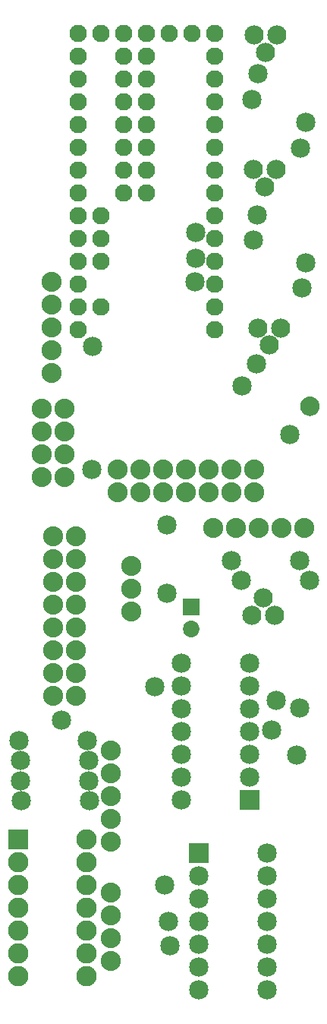
<source format=gbs>
G04 MADE WITH FRITZING*
G04 WWW.FRITZING.ORG*
G04 DOUBLE SIDED*
G04 HOLES PLATED*
G04 CONTOUR ON CENTER OF CONTOUR VECTOR*
%ASAXBY*%
%FSLAX23Y23*%
%MOIN*%
%OFA0B0*%
%SFA1.0B1.0*%
%ADD10C,0.085000*%
%ADD11C,0.072992*%
%ADD12C,0.088000*%
%ADD13C,0.089370*%
%ADD14C,0.084000*%
%ADD15C,0.035000*%
%ADD16C,0.076667*%
%ADD17R,0.072992X0.072992*%
%ADD18R,0.089370X0.089370*%
%ADD19R,0.085000X0.085000*%
%ADD20R,0.001000X0.001000*%
%LNMASK0*%
G90*
G70*
G54D10*
X744Y2119D03*
X744Y1819D03*
G54D11*
X851Y1762D03*
X851Y1664D03*
G54D10*
X417Y2905D03*
X413Y2363D03*
G54D12*
X586Y1942D03*
X586Y1842D03*
X586Y1742D03*
G54D10*
X279Y1265D03*
X690Y1410D03*
G54D12*
X237Y3187D03*
X237Y3087D03*
X237Y2987D03*
X237Y2887D03*
X237Y2787D03*
X528Y2263D03*
X628Y2263D03*
X728Y2263D03*
X828Y2263D03*
X928Y2263D03*
X1028Y2263D03*
X1128Y2263D03*
X528Y2263D03*
X628Y2263D03*
X728Y2263D03*
X828Y2263D03*
X928Y2263D03*
X1028Y2263D03*
X1128Y2263D03*
X1128Y2363D03*
X1028Y2363D03*
X928Y2363D03*
X828Y2363D03*
X728Y2363D03*
X628Y2363D03*
X528Y2363D03*
X245Y2069D03*
X245Y1969D03*
X245Y1869D03*
X245Y1769D03*
X245Y1669D03*
X245Y1569D03*
X245Y1469D03*
X245Y1369D03*
X245Y2069D03*
X245Y1969D03*
X245Y1869D03*
X245Y1769D03*
X245Y1669D03*
X245Y1569D03*
X245Y1469D03*
X245Y1369D03*
X345Y1369D03*
X345Y1469D03*
X345Y1569D03*
X345Y1669D03*
X345Y1769D03*
X345Y1869D03*
X345Y1969D03*
X345Y2069D03*
G54D13*
X89Y740D03*
X389Y740D03*
X89Y640D03*
X389Y640D03*
X89Y540D03*
X389Y540D03*
X89Y440D03*
X389Y440D03*
X89Y340D03*
X389Y340D03*
X89Y240D03*
X389Y240D03*
X89Y140D03*
X389Y140D03*
G54D12*
X292Y2329D03*
X292Y2429D03*
X292Y2529D03*
X292Y2629D03*
X292Y2329D03*
X292Y2429D03*
X292Y2529D03*
X292Y2629D03*
X192Y2629D03*
X192Y2529D03*
X192Y2429D03*
X192Y2329D03*
G54D14*
X1226Y4269D03*
X1176Y4194D03*
X1126Y4269D03*
G54D10*
X756Y273D03*
X1326Y1316D03*
G54D14*
X1222Y3679D03*
X1172Y3604D03*
X1122Y3679D03*
G54D10*
X1204Y1219D03*
X751Y380D03*
G54D14*
X1116Y1725D03*
X1166Y1800D03*
X1216Y1725D03*
G54D10*
X868Y3188D03*
X733Y539D03*
G54D14*
X1242Y2985D03*
X1192Y2910D03*
X1142Y2985D03*
G54D10*
X869Y3292D03*
X1313Y1110D03*
X1329Y3774D03*
X1117Y3986D03*
X871Y3405D03*
X1223Y1349D03*
X1337Y3159D03*
X1124Y3371D03*
X1327Y1964D03*
X1027Y1964D03*
X1285Y2518D03*
X1073Y2730D03*
X1143Y4099D03*
X1355Y3887D03*
X1140Y3481D03*
X1352Y3269D03*
X1071Y1878D03*
X1371Y1878D03*
X1137Y2826D03*
G54D15*
X1372Y2640D03*
G54D10*
X403Y910D03*
X103Y910D03*
X399Y997D03*
X99Y997D03*
X399Y1087D03*
X99Y1087D03*
X392Y1173D03*
X92Y1173D03*
X1106Y915D03*
X806Y915D03*
X1106Y1015D03*
X806Y1015D03*
X1106Y1115D03*
X806Y1115D03*
X1106Y1215D03*
X806Y1215D03*
X1106Y1315D03*
X806Y1315D03*
X1106Y1415D03*
X806Y1415D03*
X1106Y1515D03*
X806Y1515D03*
X882Y680D03*
X1182Y680D03*
X882Y580D03*
X1182Y580D03*
X882Y480D03*
X1182Y480D03*
X882Y380D03*
X1182Y380D03*
X882Y280D03*
X1182Y280D03*
X882Y180D03*
X1182Y180D03*
X882Y80D03*
X1182Y80D03*
G54D12*
X497Y206D03*
X497Y306D03*
X497Y406D03*
X497Y506D03*
X947Y2106D03*
X1047Y2106D03*
X1147Y2106D03*
X1247Y2106D03*
X1347Y2106D03*
X497Y731D03*
X497Y831D03*
X497Y931D03*
X497Y1031D03*
X497Y1131D03*
G54D16*
X353Y4278D03*
X353Y4178D03*
X353Y4078D03*
X353Y3978D03*
X353Y3878D03*
X353Y3778D03*
X353Y3678D03*
X353Y3578D03*
X353Y3478D03*
X353Y3378D03*
X353Y3278D03*
X353Y3178D03*
X353Y3078D03*
X353Y2978D03*
X453Y3078D03*
X953Y4278D03*
X953Y4178D03*
X953Y4078D03*
X953Y3978D03*
X953Y3878D03*
X953Y3778D03*
X953Y3678D03*
X953Y3578D03*
X953Y3478D03*
X953Y3378D03*
X953Y3278D03*
X953Y3178D03*
X953Y3078D03*
X953Y2978D03*
X453Y3378D03*
X453Y3278D03*
X453Y3478D03*
X753Y4278D03*
X853Y4278D03*
X653Y4278D03*
X453Y4278D03*
X553Y4278D03*
X353Y4278D03*
X353Y4178D03*
X353Y4078D03*
X353Y3978D03*
X353Y3878D03*
X353Y3778D03*
X353Y3678D03*
X353Y3578D03*
X353Y3478D03*
X353Y3378D03*
X353Y3278D03*
X353Y3178D03*
X353Y3078D03*
X353Y2978D03*
X453Y3078D03*
X953Y4278D03*
X953Y4178D03*
X953Y4078D03*
X953Y3978D03*
X953Y3878D03*
X953Y3778D03*
X953Y3678D03*
X953Y3578D03*
X953Y3478D03*
X953Y3378D03*
X953Y3278D03*
X953Y3178D03*
X953Y3078D03*
X953Y2978D03*
X453Y3378D03*
X453Y3278D03*
X453Y3478D03*
X753Y4278D03*
X853Y4278D03*
X653Y4278D03*
X453Y4278D03*
X553Y4278D03*
X553Y4178D03*
X553Y4178D03*
X653Y4178D03*
X653Y4178D03*
X654Y4078D03*
X654Y3978D03*
X654Y3878D03*
X654Y3778D03*
X654Y3678D03*
X654Y3578D03*
X654Y4078D03*
X654Y3978D03*
X654Y3878D03*
X654Y3778D03*
X654Y3678D03*
X654Y3578D03*
X553Y4078D03*
X553Y3978D03*
X553Y3878D03*
X553Y3778D03*
X553Y3678D03*
X553Y3578D03*
X553Y4078D03*
X553Y3978D03*
X553Y3878D03*
X553Y3778D03*
X553Y3678D03*
X553Y3578D03*
G54D17*
X851Y1762D03*
G54D18*
X89Y740D03*
G54D19*
X1106Y915D03*
X882Y680D03*
G54D20*
X1365Y2683D02*
X1378Y2683D01*
X1361Y2682D02*
X1383Y2682D01*
X1358Y2681D02*
X1386Y2681D01*
X1355Y2680D02*
X1388Y2680D01*
X1353Y2679D02*
X1390Y2679D01*
X1351Y2678D02*
X1392Y2678D01*
X1349Y2677D02*
X1394Y2677D01*
X1348Y2676D02*
X1395Y2676D01*
X1347Y2675D02*
X1397Y2675D01*
X1345Y2674D02*
X1398Y2674D01*
X1344Y2673D02*
X1399Y2673D01*
X1343Y2672D02*
X1400Y2672D01*
X1342Y2671D02*
X1401Y2671D01*
X1341Y2670D02*
X1402Y2670D01*
X1340Y2669D02*
X1403Y2669D01*
X1339Y2668D02*
X1404Y2668D01*
X1338Y2667D02*
X1405Y2667D01*
X1338Y2666D02*
X1405Y2666D01*
X1337Y2665D02*
X1406Y2665D01*
X1336Y2664D02*
X1407Y2664D01*
X1336Y2663D02*
X1407Y2663D01*
X1335Y2662D02*
X1408Y2662D01*
X1335Y2661D02*
X1409Y2661D01*
X1334Y2660D02*
X1409Y2660D01*
X1334Y2659D02*
X1410Y2659D01*
X1333Y2658D02*
X1410Y2658D01*
X1333Y2657D02*
X1410Y2657D01*
X1332Y2656D02*
X1411Y2656D01*
X1332Y2655D02*
X1411Y2655D01*
X1332Y2654D02*
X1412Y2654D01*
X1331Y2653D02*
X1412Y2653D01*
X1331Y2652D02*
X1412Y2652D01*
X1331Y2651D02*
X1412Y2651D01*
X1331Y2650D02*
X1413Y2650D01*
X1330Y2649D02*
X1413Y2649D01*
X1330Y2648D02*
X1413Y2648D01*
X1330Y2647D02*
X1413Y2647D01*
X1330Y2646D02*
X1413Y2646D01*
X1330Y2645D02*
X1413Y2645D01*
X1330Y2644D02*
X1413Y2644D01*
X1330Y2643D02*
X1413Y2643D01*
X1330Y2642D02*
X1414Y2642D01*
X1330Y2641D02*
X1413Y2641D01*
X1330Y2640D02*
X1413Y2640D01*
X1330Y2639D02*
X1413Y2639D01*
X1330Y2638D02*
X1413Y2638D01*
X1330Y2637D02*
X1413Y2637D01*
X1330Y2636D02*
X1413Y2636D01*
X1330Y2635D02*
X1413Y2635D01*
X1330Y2634D02*
X1413Y2634D01*
X1330Y2633D02*
X1413Y2633D01*
X1331Y2632D02*
X1413Y2632D01*
X1331Y2631D02*
X1412Y2631D01*
X1331Y2630D02*
X1412Y2630D01*
X1331Y2629D02*
X1412Y2629D01*
X1332Y2628D02*
X1411Y2628D01*
X1332Y2627D02*
X1411Y2627D01*
X1332Y2626D02*
X1411Y2626D01*
X1333Y2625D02*
X1410Y2625D01*
X1333Y2624D02*
X1410Y2624D01*
X1334Y2623D02*
X1409Y2623D01*
X1334Y2622D02*
X1409Y2622D01*
X1335Y2621D02*
X1408Y2621D01*
X1335Y2620D02*
X1408Y2620D01*
X1336Y2619D02*
X1407Y2619D01*
X1337Y2618D02*
X1407Y2618D01*
X1337Y2617D02*
X1406Y2617D01*
X1338Y2616D02*
X1405Y2616D01*
X1339Y2615D02*
X1405Y2615D01*
X1340Y2614D02*
X1404Y2614D01*
X1340Y2613D02*
X1403Y2613D01*
X1341Y2612D02*
X1402Y2612D01*
X1342Y2611D02*
X1401Y2611D01*
X1343Y2610D02*
X1400Y2610D01*
X1344Y2609D02*
X1399Y2609D01*
X1346Y2608D02*
X1398Y2608D01*
X1347Y2607D02*
X1396Y2607D01*
X1348Y2606D02*
X1395Y2606D01*
X1350Y2605D02*
X1393Y2605D01*
X1352Y2604D02*
X1392Y2604D01*
X1354Y2603D02*
X1390Y2603D01*
X1356Y2602D02*
X1387Y2602D01*
X1358Y2601D02*
X1385Y2601D01*
X1362Y2600D02*
X1381Y2600D01*
X1367Y2599D02*
X1376Y2599D01*
D02*
G04 End of Mask0*
M02*
</source>
